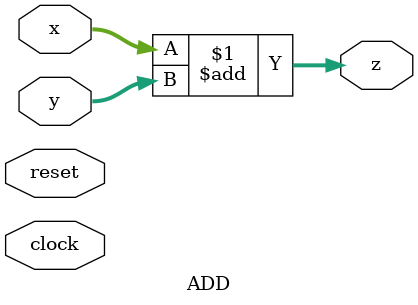
<source format=v>
module ADD(

    clock,
    reset,
    x,
    y,
    z);

input [15:0] x;
input [15:0] y;
output [15:0] z;
input clock;
input reset;
wire [15:0] x;
wire [15:0] y;
wire [15:0] z;
assign {z} = x + y;
endmodule //ADD

</source>
